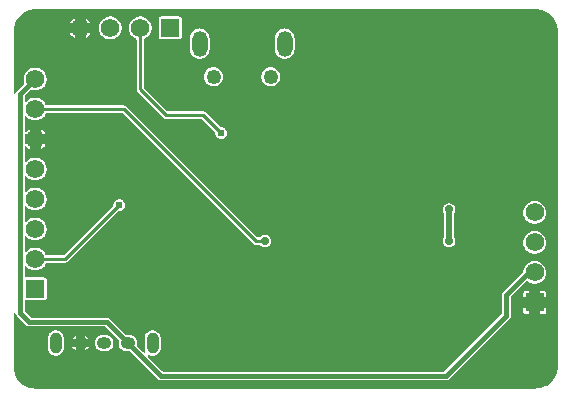
<source format=gbl>
G04 Layer: BottomLayer*
G04 EasyEDA v6.5.39, 2024-01-11 12:10:10*
G04 6726c83836ac4f208e7d9a6969430780,b65fc79a3ba447d2aedd2257ff82dca6,10*
G04 Gerber Generator version 0.2*
G04 Scale: 100 percent, Rotated: No, Reflected: No *
G04 Dimensions in millimeters *
G04 leading zeros omitted , absolute positions ,4 integer and 5 decimal *
%FSLAX45Y45*%
%MOMM*%

%ADD10C,0.2540*%
%ADD11C,0.5080*%
%ADD12C,0.3810*%
%ADD13R,1.5748X1.5748*%
%ADD14C,1.5748*%
%ADD15O,1.2999974X2.1999956000000003*%
%ADD16C,1.2500*%
%ADD17O,1.199896X0.9999979999999999*%
%ADD18O,0.9999979999999999X1.7999964*%
%ADD19C,0.7000*%
%ADD20C,0.6200*%
%ADD21C,2.5000*%
%ADD22C,0.0100*%

%LPD*%
G36*
X2439111Y2636672D02*
G01*
X2420010Y2637688D01*
X2402281Y2640330D01*
X2384907Y2644749D01*
X2368042Y2650845D01*
X2351836Y2658567D01*
X2336495Y2667812D01*
X2322118Y2678531D01*
X2308910Y2690571D01*
X2296871Y2703931D01*
X2286254Y2718358D01*
X2277059Y2733751D01*
X2269439Y2749956D01*
X2263444Y2766872D01*
X2259177Y2784246D01*
X2256586Y2801975D01*
X2255723Y2820111D01*
X2255723Y3263798D01*
X2256536Y3267811D01*
X2258872Y3271215D01*
X2262378Y3273348D01*
X2266442Y3273958D01*
X2270404Y3272891D01*
X2273604Y3270351D01*
X2275586Y3266744D01*
X2276906Y3262325D01*
X2280361Y3255873D01*
X2285339Y3249828D01*
X2360828Y3174339D01*
X2366873Y3169361D01*
X2373325Y3165906D01*
X2380335Y3163824D01*
X2388108Y3163011D01*
X3024987Y3163011D01*
X3028899Y3162249D01*
X3032150Y3160064D01*
X3143808Y3048457D01*
X3145790Y3045612D01*
X3146704Y3042310D01*
X3146501Y3038906D01*
X3145129Y3033268D01*
X3144316Y3022600D01*
X3145129Y3011932D01*
X3147618Y3001518D01*
X3151733Y2991612D01*
X3157321Y2982468D01*
X3164281Y2974340D01*
X3172460Y2967380D01*
X3181604Y2961741D01*
X3191459Y2957677D01*
X3201924Y2955137D01*
X3212998Y2954274D01*
X3232861Y2954324D01*
X3237179Y2953766D01*
X3240836Y2951378D01*
X3475075Y2717139D01*
X3481120Y2712161D01*
X3487572Y2708706D01*
X3494582Y2706624D01*
X3502355Y2705811D01*
X5917692Y2705811D01*
X5925464Y2706624D01*
X5932474Y2708706D01*
X5938926Y2712161D01*
X5944971Y2717139D01*
X6452260Y3224428D01*
X6457238Y3230473D01*
X6460693Y3236925D01*
X6462776Y3243935D01*
X6463588Y3251708D01*
X6463588Y3409340D01*
X6464350Y3413201D01*
X6466535Y3416503D01*
X6593179Y3543147D01*
X6596075Y3545179D01*
X6599478Y3546094D01*
X6603034Y3545789D01*
X6606235Y3544265D01*
X6617106Y3536594D01*
X6628841Y3530498D01*
X6641338Y3526078D01*
X6654292Y3523386D01*
X6667500Y3522472D01*
X6680708Y3523386D01*
X6693662Y3526078D01*
X6706158Y3530498D01*
X6717893Y3536594D01*
X6728714Y3544214D01*
X6738416Y3553256D01*
X6746748Y3563569D01*
X6753656Y3574846D01*
X6758940Y3586987D01*
X6762496Y3599738D01*
X6764324Y3612896D01*
X6764324Y3626104D01*
X6762496Y3639261D01*
X6758940Y3652012D01*
X6753656Y3664153D01*
X6746748Y3675430D01*
X6738416Y3685743D01*
X6728714Y3694785D01*
X6717893Y3702405D01*
X6706158Y3708501D01*
X6693662Y3712921D01*
X6680708Y3715613D01*
X6667500Y3716528D01*
X6654292Y3715613D01*
X6641338Y3712921D01*
X6628841Y3708501D01*
X6617106Y3702405D01*
X6606286Y3694785D01*
X6596583Y3685743D01*
X6588252Y3675430D01*
X6581343Y3664153D01*
X6576059Y3652012D01*
X6572503Y3639261D01*
X6571183Y3629761D01*
X6570218Y3626612D01*
X6568338Y3623970D01*
X6400139Y3455771D01*
X6395161Y3449726D01*
X6391706Y3443274D01*
X6389624Y3436264D01*
X6388862Y3428492D01*
X6388862Y3270859D01*
X6388049Y3266998D01*
X6385864Y3263696D01*
X5905703Y2783535D01*
X5902401Y2781350D01*
X5898540Y2780538D01*
X3521557Y2780538D01*
X3517646Y2781350D01*
X3514394Y2783535D01*
X3394303Y2903626D01*
X3392068Y2906928D01*
X3391306Y2910789D01*
X3392068Y2914700D01*
X3394303Y2918002D01*
X3397554Y2920187D01*
X3401466Y2920949D01*
X3405378Y2920187D01*
X3411474Y2917647D01*
X3421887Y2915158D01*
X3432606Y2914294D01*
X3443274Y2915158D01*
X3453688Y2917647D01*
X3463594Y2921762D01*
X3472738Y2927350D01*
X3480866Y2934309D01*
X3487826Y2942488D01*
X3493414Y2951581D01*
X3497529Y2961487D01*
X3500018Y2971901D01*
X3500882Y2982976D01*
X3500882Y3062224D01*
X3500018Y3073298D01*
X3497529Y3083712D01*
X3493414Y3093618D01*
X3487826Y3102711D01*
X3480866Y3110890D01*
X3472738Y3117850D01*
X3463594Y3123438D01*
X3453688Y3127552D01*
X3443274Y3130042D01*
X3432606Y3130905D01*
X3421887Y3130042D01*
X3411474Y3127552D01*
X3401568Y3123438D01*
X3392474Y3117850D01*
X3384296Y3110890D01*
X3377336Y3102711D01*
X3371748Y3093618D01*
X3367633Y3083712D01*
X3365144Y3073298D01*
X3364280Y3062224D01*
X3364280Y2982976D01*
X3365144Y2971901D01*
X3367633Y2961487D01*
X3370173Y2955340D01*
X3370986Y2951480D01*
X3370173Y2947568D01*
X3367989Y2944317D01*
X3364687Y2942082D01*
X3360826Y2941320D01*
X3356914Y2942082D01*
X3353612Y2944317D01*
X3301339Y2996590D01*
X3299358Y2999384D01*
X3298393Y3002737D01*
X3298647Y3006140D01*
X3300018Y3011932D01*
X3300831Y3022600D01*
X3300018Y3033268D01*
X3297529Y3043682D01*
X3293414Y3053588D01*
X3287826Y3062732D01*
X3280867Y3070860D01*
X3272688Y3077819D01*
X3263595Y3083458D01*
X3253689Y3087522D01*
X3243275Y3090062D01*
X3232150Y3090926D01*
X3212998Y3090926D01*
X3207766Y3091434D01*
X3204108Y3093770D01*
X3071469Y3226460D01*
X3065424Y3231438D01*
X3058972Y3234893D01*
X3051962Y3236976D01*
X3044190Y3237738D01*
X2407259Y3237738D01*
X2403398Y3238550D01*
X2400096Y3240735D01*
X2351735Y3289096D01*
X2349550Y3292398D01*
X2348738Y3296259D01*
X2348738Y3372662D01*
X2349652Y3376879D01*
X2352243Y3380333D01*
X2355951Y3382416D01*
X2360320Y3382721D01*
X2516479Y3382721D01*
X2521864Y3383432D01*
X2526233Y3385261D01*
X2530043Y3388156D01*
X2532938Y3391966D01*
X2534767Y3396335D01*
X2535478Y3401720D01*
X2535478Y3557879D01*
X2534767Y3563264D01*
X2532938Y3567633D01*
X2530043Y3571443D01*
X2526233Y3574338D01*
X2521864Y3576167D01*
X2516479Y3576828D01*
X2360320Y3576828D01*
X2355951Y3577183D01*
X2352243Y3579266D01*
X2349652Y3582720D01*
X2348738Y3586937D01*
X2348738Y3662019D01*
X2349601Y3666032D01*
X2351989Y3669436D01*
X2355545Y3671570D01*
X2359609Y3672128D01*
X2363622Y3671011D01*
X2377186Y3658514D01*
X2388006Y3650894D01*
X2399741Y3644798D01*
X2412238Y3640378D01*
X2425192Y3637686D01*
X2438400Y3636772D01*
X2451608Y3637686D01*
X2464562Y3640378D01*
X2477058Y3644798D01*
X2488793Y3650894D01*
X2499614Y3658514D01*
X2509316Y3667556D01*
X2517648Y3677869D01*
X2524556Y3689146D01*
X2527808Y3696665D01*
X2530043Y3699916D01*
X2533294Y3702050D01*
X2537155Y3702761D01*
X2691993Y3702761D01*
X2697124Y3703167D01*
X2703474Y3704894D01*
X2709265Y3707841D01*
X2714701Y3712260D01*
X3141421Y4138980D01*
X3144723Y4141165D01*
X3148584Y4141927D01*
X3154121Y4141927D01*
X3163062Y4143603D01*
X3171545Y4146905D01*
X3179267Y4151680D01*
X3186023Y4157827D01*
X3191510Y4165041D01*
X3195523Y4173220D01*
X3198012Y4181957D01*
X3198876Y4191000D01*
X3198012Y4200042D01*
X3195523Y4208780D01*
X3191510Y4216958D01*
X3186023Y4224172D01*
X3179267Y4230319D01*
X3171545Y4235094D01*
X3163062Y4238396D01*
X3154121Y4240072D01*
X3145078Y4240072D01*
X3136138Y4238396D01*
X3127654Y4235094D01*
X3119932Y4230319D01*
X3113176Y4224172D01*
X3107690Y4216958D01*
X3103676Y4208780D01*
X3101187Y4200042D01*
X3099765Y4186428D01*
X3097428Y4182668D01*
X2682544Y3767785D01*
X2679242Y3765600D01*
X2675331Y3764787D01*
X2537155Y3764787D01*
X2533294Y3765550D01*
X2530043Y3767683D01*
X2527808Y3770934D01*
X2524556Y3778453D01*
X2517648Y3789730D01*
X2509316Y3800043D01*
X2499614Y3809085D01*
X2488793Y3816705D01*
X2477058Y3822801D01*
X2464562Y3827221D01*
X2451608Y3829913D01*
X2438400Y3830828D01*
X2425192Y3829913D01*
X2412238Y3827221D01*
X2399741Y3822801D01*
X2388006Y3816705D01*
X2377186Y3809085D01*
X2363622Y3796588D01*
X2359609Y3795471D01*
X2355545Y3796029D01*
X2351989Y3798163D01*
X2349601Y3801567D01*
X2348738Y3805580D01*
X2348738Y3916019D01*
X2349601Y3920032D01*
X2351989Y3923436D01*
X2355545Y3925570D01*
X2359609Y3926128D01*
X2363622Y3925011D01*
X2377186Y3912514D01*
X2388006Y3904894D01*
X2399741Y3898798D01*
X2412238Y3894378D01*
X2425192Y3891686D01*
X2438400Y3890772D01*
X2451608Y3891686D01*
X2464562Y3894378D01*
X2477058Y3898798D01*
X2488793Y3904894D01*
X2499614Y3912514D01*
X2509316Y3921556D01*
X2517648Y3931869D01*
X2524556Y3943146D01*
X2529840Y3955287D01*
X2533396Y3968038D01*
X2535224Y3981196D01*
X2535224Y3994404D01*
X2533396Y4007561D01*
X2529840Y4020312D01*
X2524556Y4032453D01*
X2517648Y4043730D01*
X2509316Y4054043D01*
X2499614Y4063085D01*
X2488793Y4070705D01*
X2477058Y4076801D01*
X2464562Y4081221D01*
X2451608Y4083913D01*
X2438400Y4084828D01*
X2425192Y4083913D01*
X2412238Y4081221D01*
X2399741Y4076801D01*
X2388006Y4070705D01*
X2377186Y4063085D01*
X2363622Y4050588D01*
X2359609Y4049471D01*
X2355545Y4050029D01*
X2351989Y4052163D01*
X2349601Y4055567D01*
X2348738Y4059580D01*
X2348738Y4170019D01*
X2349601Y4174032D01*
X2351989Y4177436D01*
X2355545Y4179570D01*
X2359609Y4180128D01*
X2363622Y4179011D01*
X2377186Y4166514D01*
X2388006Y4158894D01*
X2399741Y4152798D01*
X2412238Y4148378D01*
X2425192Y4145686D01*
X2438400Y4144772D01*
X2451608Y4145686D01*
X2464562Y4148378D01*
X2477058Y4152798D01*
X2488793Y4158894D01*
X2499614Y4166514D01*
X2509316Y4175556D01*
X2517648Y4185869D01*
X2524556Y4197146D01*
X2529840Y4209288D01*
X2533396Y4222038D01*
X2535224Y4235196D01*
X2535224Y4248404D01*
X2533396Y4261561D01*
X2529840Y4274312D01*
X2524556Y4286453D01*
X2517648Y4297730D01*
X2509316Y4308043D01*
X2499614Y4317085D01*
X2488793Y4324705D01*
X2477058Y4330801D01*
X2464562Y4335221D01*
X2451608Y4337913D01*
X2438400Y4338828D01*
X2425192Y4337913D01*
X2412238Y4335221D01*
X2399741Y4330801D01*
X2388006Y4324705D01*
X2377186Y4317085D01*
X2363622Y4304588D01*
X2359609Y4303471D01*
X2355545Y4304030D01*
X2351989Y4306163D01*
X2349601Y4309567D01*
X2348738Y4313580D01*
X2348738Y4424019D01*
X2349601Y4428032D01*
X2351989Y4431436D01*
X2355545Y4433570D01*
X2359609Y4434128D01*
X2363622Y4433011D01*
X2377186Y4420514D01*
X2388006Y4412894D01*
X2399741Y4406798D01*
X2412238Y4402378D01*
X2425192Y4399686D01*
X2438400Y4398772D01*
X2451608Y4399686D01*
X2464562Y4402378D01*
X2477058Y4406798D01*
X2488793Y4412894D01*
X2499614Y4420514D01*
X2509316Y4429556D01*
X2517648Y4439869D01*
X2524556Y4451146D01*
X2529840Y4463288D01*
X2533396Y4476038D01*
X2535224Y4489196D01*
X2535224Y4502404D01*
X2533396Y4515561D01*
X2529840Y4528312D01*
X2524556Y4540453D01*
X2517648Y4551730D01*
X2509316Y4562043D01*
X2499614Y4571085D01*
X2488793Y4578705D01*
X2477058Y4584801D01*
X2464562Y4589221D01*
X2451608Y4591913D01*
X2438400Y4592828D01*
X2425192Y4591913D01*
X2412238Y4589221D01*
X2399741Y4584801D01*
X2388006Y4578705D01*
X2377186Y4571085D01*
X2363622Y4558588D01*
X2359609Y4557471D01*
X2355545Y4558030D01*
X2351989Y4560163D01*
X2349601Y4563567D01*
X2348738Y4567580D01*
X2348738Y4678019D01*
X2349601Y4682032D01*
X2351989Y4685436D01*
X2355545Y4687570D01*
X2359609Y4688128D01*
X2363622Y4687011D01*
X2377186Y4674514D01*
X2388006Y4666894D01*
X2392680Y4664456D01*
X2392680Y4704080D01*
X2358948Y4704080D01*
X2355037Y4704842D01*
X2351735Y4707077D01*
X2349550Y4710328D01*
X2348738Y4714240D01*
X2348738Y4785360D01*
X2349550Y4789271D01*
X2351735Y4792522D01*
X2355037Y4794758D01*
X2358948Y4795520D01*
X2392680Y4795520D01*
X2392680Y4835144D01*
X2388006Y4832705D01*
X2377186Y4825085D01*
X2363622Y4812588D01*
X2359609Y4811471D01*
X2355545Y4812030D01*
X2351989Y4814163D01*
X2349601Y4817567D01*
X2348738Y4821580D01*
X2348738Y4932019D01*
X2349601Y4936032D01*
X2351989Y4939436D01*
X2355545Y4941570D01*
X2359609Y4942128D01*
X2363622Y4941011D01*
X2377186Y4928514D01*
X2388006Y4920894D01*
X2399741Y4914798D01*
X2412238Y4910378D01*
X2425192Y4907686D01*
X2438400Y4906772D01*
X2451608Y4907686D01*
X2464562Y4910378D01*
X2477058Y4914798D01*
X2488793Y4920894D01*
X2499614Y4928514D01*
X2509316Y4937556D01*
X2517648Y4947869D01*
X2524556Y4959146D01*
X2527808Y4966665D01*
X2530043Y4969916D01*
X2533294Y4972050D01*
X2537155Y4972761D01*
X3170631Y4972761D01*
X3174542Y4971999D01*
X3177844Y4969814D01*
X4283100Y3864559D01*
X4287012Y3861206D01*
X4292701Y3857904D01*
X4298848Y3855923D01*
X4305808Y3855161D01*
X4333240Y3855161D01*
X4337100Y3854399D01*
X4340402Y3852214D01*
X4347260Y3845356D01*
X4354830Y3840073D01*
X4363262Y3836111D01*
X4372254Y3833723D01*
X4381500Y3832910D01*
X4390745Y3833723D01*
X4399737Y3836111D01*
X4408119Y3840073D01*
X4415739Y3845356D01*
X4422292Y3851960D01*
X4427626Y3859529D01*
X4431538Y3867962D01*
X4433976Y3876954D01*
X4434789Y3886200D01*
X4433976Y3895445D01*
X4431538Y3904437D01*
X4427626Y3912819D01*
X4422292Y3920439D01*
X4415739Y3926992D01*
X4408119Y3932326D01*
X4399737Y3936237D01*
X4390745Y3938676D01*
X4381500Y3939489D01*
X4372254Y3938676D01*
X4363262Y3936237D01*
X4354830Y3932326D01*
X4347260Y3926992D01*
X4340453Y3920185D01*
X4337151Y3918000D01*
X4333240Y3917187D01*
X4322368Y3917187D01*
X4318457Y3918000D01*
X4315155Y3920185D01*
X3209899Y5025440D01*
X3205988Y5028793D01*
X3200298Y5032095D01*
X3194151Y5034076D01*
X3187192Y5034788D01*
X2537155Y5034788D01*
X2533294Y5035550D01*
X2530043Y5037683D01*
X2527808Y5040934D01*
X2524556Y5048453D01*
X2517648Y5059730D01*
X2509316Y5070043D01*
X2499614Y5079085D01*
X2488793Y5086705D01*
X2477058Y5092801D01*
X2464562Y5097221D01*
X2451608Y5099913D01*
X2438400Y5100828D01*
X2425192Y5099913D01*
X2412238Y5097221D01*
X2399741Y5092801D01*
X2388006Y5086705D01*
X2377186Y5079085D01*
X2363622Y5066588D01*
X2359609Y5065471D01*
X2355545Y5066030D01*
X2351989Y5068163D01*
X2349601Y5071567D01*
X2348738Y5075580D01*
X2348738Y5111140D01*
X2349550Y5115001D01*
X2351735Y5118303D01*
X2397048Y5163616D01*
X2400198Y5165750D01*
X2403906Y5166563D01*
X2407615Y5166004D01*
X2412238Y5164378D01*
X2425192Y5161686D01*
X2438400Y5160772D01*
X2451608Y5161686D01*
X2464562Y5164378D01*
X2477058Y5168798D01*
X2488793Y5174894D01*
X2499614Y5182514D01*
X2509316Y5191556D01*
X2517648Y5201869D01*
X2524556Y5213146D01*
X2529840Y5225288D01*
X2533396Y5238038D01*
X2535224Y5251196D01*
X2535224Y5264404D01*
X2533396Y5277561D01*
X2529840Y5290312D01*
X2524556Y5302453D01*
X2517648Y5313730D01*
X2509316Y5324043D01*
X2499614Y5333085D01*
X2488793Y5340705D01*
X2477058Y5346801D01*
X2464562Y5351221D01*
X2451608Y5353913D01*
X2438400Y5354828D01*
X2425192Y5353913D01*
X2412238Y5351221D01*
X2399741Y5346801D01*
X2388006Y5340705D01*
X2377186Y5333085D01*
X2367483Y5324043D01*
X2359152Y5313730D01*
X2352243Y5302453D01*
X2346960Y5290312D01*
X2343404Y5277561D01*
X2341575Y5264404D01*
X2341575Y5251196D01*
X2343404Y5238038D01*
X2346706Y5226253D01*
X2347061Y5222697D01*
X2346147Y5219293D01*
X2344115Y5216347D01*
X2285339Y5157571D01*
X2280361Y5151526D01*
X2276906Y5145074D01*
X2275586Y5140655D01*
X2273604Y5137048D01*
X2270404Y5134508D01*
X2266442Y5133441D01*
X2262378Y5134051D01*
X2258872Y5136184D01*
X2256536Y5139588D01*
X2255723Y5143601D01*
X2255723Y5663488D01*
X2256688Y5682589D01*
X2259330Y5700318D01*
X2263749Y5717692D01*
X2269845Y5734558D01*
X2277567Y5750763D01*
X2286812Y5766104D01*
X2297531Y5780481D01*
X2309571Y5793689D01*
X2322931Y5805728D01*
X2337358Y5816346D01*
X2352751Y5825540D01*
X2368956Y5833160D01*
X2385872Y5839155D01*
X2403246Y5843422D01*
X2420975Y5846013D01*
X2439111Y5846876D01*
X6679488Y5846876D01*
X6698589Y5845911D01*
X6716318Y5843270D01*
X6733692Y5838850D01*
X6750558Y5832754D01*
X6766763Y5825032D01*
X6782104Y5815787D01*
X6796481Y5805068D01*
X6809689Y5793028D01*
X6821728Y5779668D01*
X6832346Y5765241D01*
X6841540Y5749848D01*
X6849160Y5733643D01*
X6855155Y5716727D01*
X6859422Y5699353D01*
X6862013Y5681624D01*
X6862470Y5672429D01*
X6862470Y2820060D01*
X6862825Y2816250D01*
X6862267Y2803245D01*
X6859930Y2786024D01*
X6855917Y2769108D01*
X6850380Y2752648D01*
X6843268Y2736799D01*
X6834682Y2721660D01*
X6824725Y2707436D01*
X6813448Y2694228D01*
X6800951Y2682138D01*
X6787337Y2671318D01*
X6772808Y2661818D01*
X6757416Y2653741D01*
X6741363Y2647137D01*
X6724700Y2642108D01*
X6707682Y2638704D01*
X6690410Y2636875D01*
X6672580Y2636672D01*
G37*

%LPC*%
G36*
X2612644Y2914294D02*
G01*
X2623312Y2915158D01*
X2633726Y2917647D01*
X2643632Y2921762D01*
X2652776Y2927350D01*
X2660904Y2934309D01*
X2667863Y2942488D01*
X2673451Y2951581D01*
X2677566Y2961487D01*
X2680055Y2971901D01*
X2680919Y2982976D01*
X2680919Y3062224D01*
X2680055Y3073298D01*
X2677566Y3083712D01*
X2673451Y3093618D01*
X2667863Y3102711D01*
X2660904Y3110890D01*
X2652776Y3117850D01*
X2643632Y3123438D01*
X2633726Y3127552D01*
X2623312Y3130042D01*
X2612644Y3130905D01*
X2601925Y3130042D01*
X2591511Y3127552D01*
X2581605Y3123438D01*
X2572461Y3117850D01*
X2564333Y3110890D01*
X2557373Y3102711D01*
X2551785Y3093618D01*
X2547670Y3083712D01*
X2545181Y3073298D01*
X2544318Y3062224D01*
X2544318Y2982976D01*
X2545181Y2971901D01*
X2547670Y2961487D01*
X2551785Y2951581D01*
X2557373Y2942488D01*
X2564333Y2934309D01*
X2572461Y2927350D01*
X2581605Y2921762D01*
X2591511Y2917647D01*
X2601925Y2915158D01*
G37*
G36*
X3013049Y2954274D02*
G01*
X3032252Y2954274D01*
X3043326Y2955137D01*
X3053740Y2957677D01*
X3063646Y2961741D01*
X3072790Y2967380D01*
X3080918Y2974340D01*
X3087878Y2982468D01*
X3093466Y2991612D01*
X3097580Y3001518D01*
X3100070Y3011932D01*
X3100933Y3022600D01*
X3100070Y3033268D01*
X3097580Y3043682D01*
X3093466Y3053588D01*
X3087878Y3062732D01*
X3080918Y3070860D01*
X3072790Y3077819D01*
X3063646Y3083458D01*
X3053740Y3087522D01*
X3043326Y3090062D01*
X3032252Y3090926D01*
X3013049Y3090926D01*
X3001975Y3090062D01*
X2991561Y3087522D01*
X2981655Y3083458D01*
X2972511Y3077819D01*
X2964383Y3070860D01*
X2957423Y3062732D01*
X2951784Y3053588D01*
X2947720Y3043682D01*
X2945180Y3033268D01*
X2944368Y3022600D01*
X2945180Y3011932D01*
X2947720Y3001518D01*
X2951784Y2991612D01*
X2957423Y2982468D01*
X2964383Y2974340D01*
X2972511Y2967380D01*
X2981655Y2961741D01*
X2991561Y2957677D01*
X3001975Y2955137D01*
G37*
G36*
X2786278Y2959811D02*
G01*
X2786278Y2991256D01*
X2752039Y2991256D01*
X2757424Y2982468D01*
X2764383Y2974340D01*
X2772511Y2967380D01*
X2781655Y2961741D01*
G37*
G36*
X2858973Y2959811D02*
G01*
X2863646Y2961741D01*
X2872790Y2967380D01*
X2880918Y2974340D01*
X2887878Y2982468D01*
X2893263Y2991256D01*
X2858973Y2991256D01*
G37*
G36*
X2752039Y3053943D02*
G01*
X2786278Y3053943D01*
X2786278Y3085388D01*
X2781655Y3083458D01*
X2772511Y3077819D01*
X2764383Y3070860D01*
X2757424Y3062732D01*
G37*
G36*
X2858973Y3053943D02*
G01*
X2893263Y3053943D01*
X2887878Y3062732D01*
X2880918Y3070860D01*
X2872790Y3077819D01*
X2863646Y3083458D01*
X2858973Y3085388D01*
G37*
G36*
X6589420Y3268421D02*
G01*
X6621780Y3268421D01*
X6621780Y3319779D01*
X6570472Y3319779D01*
X6570472Y3287420D01*
X6571132Y3282035D01*
X6572961Y3277666D01*
X6575856Y3273856D01*
X6579666Y3270961D01*
X6584035Y3269132D01*
G37*
G36*
X6713220Y3268421D02*
G01*
X6745579Y3268421D01*
X6750964Y3269132D01*
X6755333Y3270961D01*
X6759143Y3273856D01*
X6762038Y3277666D01*
X6763867Y3282035D01*
X6764578Y3287420D01*
X6764578Y3319779D01*
X6713220Y3319779D01*
G37*
G36*
X6570472Y3411220D02*
G01*
X6621780Y3411220D01*
X6621780Y3462528D01*
X6589420Y3462528D01*
X6584035Y3461867D01*
X6579666Y3460038D01*
X6575856Y3457143D01*
X6572961Y3453333D01*
X6571132Y3448964D01*
X6570472Y3443579D01*
G37*
G36*
X6713220Y3411220D02*
G01*
X6764578Y3411220D01*
X6764578Y3443579D01*
X6763867Y3448964D01*
X6762038Y3453333D01*
X6759143Y3457143D01*
X6755333Y3460038D01*
X6750964Y3461867D01*
X6745579Y3462528D01*
X6713220Y3462528D01*
G37*
G36*
X6667500Y3776472D02*
G01*
X6680708Y3777386D01*
X6693662Y3780078D01*
X6706158Y3784498D01*
X6717893Y3790594D01*
X6728714Y3798214D01*
X6738416Y3807256D01*
X6746748Y3817569D01*
X6753656Y3828846D01*
X6758940Y3840987D01*
X6762496Y3853738D01*
X6764324Y3866896D01*
X6764324Y3880104D01*
X6762496Y3893261D01*
X6758940Y3906012D01*
X6753656Y3918153D01*
X6746748Y3929430D01*
X6738416Y3939743D01*
X6728714Y3948785D01*
X6717893Y3956405D01*
X6706158Y3962501D01*
X6693662Y3966921D01*
X6680708Y3969613D01*
X6667500Y3970528D01*
X6654292Y3969613D01*
X6641338Y3966921D01*
X6628841Y3962501D01*
X6617106Y3956405D01*
X6606286Y3948785D01*
X6596583Y3939743D01*
X6588252Y3929430D01*
X6581343Y3918153D01*
X6576059Y3906012D01*
X6572503Y3893261D01*
X6570675Y3880104D01*
X6570675Y3866896D01*
X6572503Y3853738D01*
X6576059Y3840987D01*
X6581343Y3828846D01*
X6588252Y3817569D01*
X6596583Y3807256D01*
X6606286Y3798214D01*
X6617106Y3790594D01*
X6628841Y3784498D01*
X6641338Y3780078D01*
X6654292Y3777386D01*
G37*
G36*
X5943600Y3832910D02*
G01*
X5952845Y3833723D01*
X5961786Y3836111D01*
X5970219Y3840073D01*
X5977839Y3845356D01*
X5984392Y3851960D01*
X5989726Y3859529D01*
X5993638Y3867962D01*
X5996076Y3876954D01*
X5996838Y3886200D01*
X5996076Y3895445D01*
X5993638Y3904437D01*
X5989726Y3912819D01*
X5987796Y3916426D01*
X5987338Y3919474D01*
X5987338Y4119626D01*
X5987796Y4122674D01*
X5989726Y4126229D01*
X5993638Y4134662D01*
X5996076Y4143654D01*
X5996838Y4152900D01*
X5996076Y4162145D01*
X5993638Y4171137D01*
X5989726Y4179519D01*
X5984392Y4187139D01*
X5977839Y4193692D01*
X5970219Y4199026D01*
X5961786Y4202938D01*
X5952845Y4205376D01*
X5943600Y4206189D01*
X5934354Y4205376D01*
X5925362Y4202938D01*
X5916930Y4199026D01*
X5909360Y4193692D01*
X5902756Y4187139D01*
X5897473Y4179519D01*
X5893511Y4171137D01*
X5891123Y4162145D01*
X5890310Y4152900D01*
X5891123Y4143654D01*
X5893511Y4134662D01*
X5897473Y4126229D01*
X5899404Y4122623D01*
X5899912Y4119575D01*
X5899912Y3919524D01*
X5899404Y3916476D01*
X5893511Y3904437D01*
X5891123Y3895445D01*
X5890310Y3886200D01*
X5891123Y3876954D01*
X5893511Y3867962D01*
X5897473Y3859529D01*
X5902756Y3851960D01*
X5909360Y3845356D01*
X5916930Y3840073D01*
X5925362Y3836111D01*
X5934354Y3833723D01*
G37*
G36*
X6667500Y4030472D02*
G01*
X6680708Y4031386D01*
X6693662Y4034078D01*
X6706158Y4038498D01*
X6717893Y4044594D01*
X6728714Y4052214D01*
X6738416Y4061256D01*
X6746748Y4071569D01*
X6753656Y4082846D01*
X6758940Y4094987D01*
X6762496Y4107738D01*
X6764324Y4120896D01*
X6764324Y4134104D01*
X6762496Y4147261D01*
X6758940Y4160012D01*
X6753656Y4172153D01*
X6746748Y4183430D01*
X6738416Y4193743D01*
X6728714Y4202785D01*
X6717893Y4210405D01*
X6706158Y4216501D01*
X6693662Y4220921D01*
X6680708Y4223613D01*
X6667500Y4224528D01*
X6654292Y4223613D01*
X6641338Y4220921D01*
X6628841Y4216501D01*
X6617106Y4210405D01*
X6606286Y4202785D01*
X6596583Y4193743D01*
X6588252Y4183430D01*
X6581343Y4172153D01*
X6576059Y4160012D01*
X6572503Y4147261D01*
X6570675Y4134104D01*
X6570675Y4120896D01*
X6572503Y4107738D01*
X6576059Y4094987D01*
X6581343Y4082846D01*
X6588252Y4071569D01*
X6596583Y4061256D01*
X6606286Y4052214D01*
X6617106Y4044594D01*
X6628841Y4038498D01*
X6641338Y4034078D01*
X6654292Y4031386D01*
G37*
G36*
X2484120Y4664456D02*
G01*
X2488793Y4666894D01*
X2499614Y4674514D01*
X2509316Y4683556D01*
X2517648Y4693869D01*
X2523896Y4704080D01*
X2484120Y4704080D01*
G37*
G36*
X4008678Y4751527D02*
G01*
X4017721Y4751527D01*
X4026662Y4753203D01*
X4035145Y4756505D01*
X4042867Y4761280D01*
X4049623Y4767427D01*
X4055110Y4774641D01*
X4059123Y4782820D01*
X4061612Y4791557D01*
X4062476Y4800600D01*
X4061612Y4809642D01*
X4059123Y4818380D01*
X4055110Y4826558D01*
X4049623Y4833772D01*
X4042867Y4839919D01*
X4035145Y4844694D01*
X4026662Y4847996D01*
X4017721Y4849672D01*
X4012184Y4849672D01*
X4008323Y4850434D01*
X4005021Y4852619D01*
X3882999Y4974640D01*
X3879087Y4977993D01*
X3873398Y4981295D01*
X3867251Y4983276D01*
X3860292Y4983988D01*
X3560368Y4983988D01*
X3556457Y4984800D01*
X3553155Y4986985D01*
X3361385Y5178755D01*
X3359200Y5182057D01*
X3358387Y5185968D01*
X3358387Y5590844D01*
X3359150Y5594705D01*
X3361283Y5597956D01*
X3364534Y5600192D01*
X3372053Y5603443D01*
X3383330Y5610352D01*
X3393643Y5618683D01*
X3402685Y5628386D01*
X3410305Y5639206D01*
X3416401Y5650941D01*
X3420821Y5663438D01*
X3423513Y5676392D01*
X3424428Y5689600D01*
X3423513Y5702808D01*
X3420821Y5715762D01*
X3416401Y5728258D01*
X3410305Y5739993D01*
X3402685Y5750814D01*
X3393643Y5760516D01*
X3383330Y5768848D01*
X3372053Y5775756D01*
X3359912Y5781040D01*
X3347161Y5784596D01*
X3334004Y5786424D01*
X3320796Y5786424D01*
X3307638Y5784596D01*
X3294887Y5781040D01*
X3282746Y5775756D01*
X3271469Y5768848D01*
X3261156Y5760516D01*
X3252114Y5750814D01*
X3244494Y5739993D01*
X3238398Y5728258D01*
X3233978Y5715762D01*
X3231286Y5702808D01*
X3230372Y5689600D01*
X3231286Y5676392D01*
X3233978Y5663438D01*
X3238398Y5650941D01*
X3244494Y5639206D01*
X3252114Y5628386D01*
X3261156Y5618683D01*
X3271469Y5610352D01*
X3282746Y5603443D01*
X3290265Y5600192D01*
X3293516Y5597956D01*
X3295650Y5594705D01*
X3296412Y5590844D01*
X3296412Y5169306D01*
X3296767Y5164175D01*
X3298494Y5157825D01*
X3301441Y5152034D01*
X3305860Y5146598D01*
X3521100Y4931359D01*
X3525012Y4928006D01*
X3530701Y4924704D01*
X3536848Y4922723D01*
X3543808Y4921961D01*
X3843731Y4921961D01*
X3847642Y4921199D01*
X3850944Y4919014D01*
X3961028Y4808931D01*
X3963365Y4805172D01*
X3964787Y4791557D01*
X3967276Y4782820D01*
X3971290Y4774641D01*
X3976776Y4767427D01*
X3983532Y4761280D01*
X3991254Y4756505D01*
X3999737Y4753203D01*
G37*
G36*
X2484120Y4795520D02*
G01*
X2523896Y4795520D01*
X2517648Y4805730D01*
X2509316Y4816043D01*
X2499614Y4825085D01*
X2488793Y4832705D01*
X2484120Y4835144D01*
G37*
G36*
X4436465Y5196535D02*
G01*
X4448149Y5197856D01*
X4459579Y5200802D01*
X4470450Y5205425D01*
X4480509Y5211572D01*
X4489551Y5219141D01*
X4497425Y5227929D01*
X4503928Y5237734D01*
X4508957Y5248402D01*
X4512360Y5259730D01*
X4514088Y5271363D01*
X4514088Y5283200D01*
X4512360Y5294833D01*
X4508957Y5306161D01*
X4503928Y5316829D01*
X4497425Y5326634D01*
X4489551Y5335422D01*
X4480509Y5342991D01*
X4470450Y5349138D01*
X4459579Y5353761D01*
X4448149Y5356707D01*
X4436465Y5358028D01*
X4424680Y5357571D01*
X4413046Y5355437D01*
X4401921Y5351627D01*
X4391406Y5346242D01*
X4381804Y5339384D01*
X4373321Y5331206D01*
X4366107Y5321858D01*
X4360367Y5311597D01*
X4356150Y5300573D01*
X4353560Y5289042D01*
X4352696Y5277256D01*
X4353560Y5265521D01*
X4356150Y5253990D01*
X4360367Y5242966D01*
X4366107Y5232704D01*
X4373321Y5223357D01*
X4381804Y5215178D01*
X4391406Y5208320D01*
X4401921Y5202936D01*
X4413046Y5199126D01*
X4424680Y5196992D01*
G37*
G36*
X3951427Y5196535D02*
G01*
X3963162Y5197856D01*
X3974592Y5200802D01*
X3985463Y5205425D01*
X3995521Y5211572D01*
X4004564Y5219141D01*
X4012437Y5227929D01*
X4018940Y5237734D01*
X4023969Y5248402D01*
X4027373Y5259730D01*
X4029049Y5271363D01*
X4029049Y5283200D01*
X4027373Y5294833D01*
X4023969Y5306161D01*
X4018940Y5316829D01*
X4012437Y5326634D01*
X4004564Y5335422D01*
X3995521Y5342991D01*
X3985463Y5349138D01*
X3974592Y5353761D01*
X3963162Y5356707D01*
X3951427Y5358028D01*
X3939641Y5357571D01*
X3928059Y5355437D01*
X3916883Y5351627D01*
X3906418Y5346242D01*
X3896817Y5339384D01*
X3888333Y5331206D01*
X3881120Y5321858D01*
X3875328Y5311597D01*
X3871163Y5300573D01*
X3868572Y5289042D01*
X3867708Y5277256D01*
X3868572Y5265521D01*
X3871163Y5253990D01*
X3875328Y5242966D01*
X3881120Y5232704D01*
X3888333Y5223357D01*
X3896817Y5215178D01*
X3906418Y5208320D01*
X3916883Y5202936D01*
X3928059Y5199126D01*
X3939641Y5196992D01*
G37*
G36*
X3831031Y5428945D02*
G01*
X3842867Y5429808D01*
X3854450Y5432348D01*
X3865626Y5436514D01*
X3876040Y5442204D01*
X3885539Y5449316D01*
X3893972Y5457698D01*
X3901084Y5467197D01*
X3906774Y5477662D01*
X3910939Y5488787D01*
X3913428Y5500420D01*
X3914343Y5512612D01*
X3914343Y5601868D01*
X3913428Y5614111D01*
X3910939Y5625693D01*
X3906774Y5636869D01*
X3901084Y5647283D01*
X3893972Y5656783D01*
X3885539Y5665216D01*
X3876040Y5672328D01*
X3865626Y5678017D01*
X3854450Y5682183D01*
X3842867Y5684672D01*
X3831031Y5685536D01*
X3819144Y5684672D01*
X3807561Y5682183D01*
X3796385Y5678017D01*
X3785971Y5672328D01*
X3776472Y5665216D01*
X3768039Y5656783D01*
X3760927Y5647283D01*
X3755237Y5636869D01*
X3751072Y5625693D01*
X3748582Y5614111D01*
X3747668Y5601868D01*
X3747668Y5512612D01*
X3748582Y5500420D01*
X3751072Y5488787D01*
X3755237Y5477662D01*
X3760927Y5467197D01*
X3768039Y5457698D01*
X3776472Y5449316D01*
X3785971Y5442204D01*
X3796385Y5436514D01*
X3807561Y5432348D01*
X3819144Y5429808D01*
G37*
G36*
X4551019Y5428996D02*
G01*
X4562856Y5429859D01*
X4574438Y5432399D01*
X4585614Y5436514D01*
X4596028Y5442204D01*
X4605528Y5449366D01*
X4613960Y5457748D01*
X4621072Y5467248D01*
X4626762Y5477713D01*
X4630928Y5488838D01*
X4633417Y5500420D01*
X4634331Y5512663D01*
X4634331Y5601919D01*
X4633417Y5614162D01*
X4630928Y5625744D01*
X4626762Y5636869D01*
X4621072Y5647334D01*
X4613960Y5656834D01*
X4605528Y5665216D01*
X4596028Y5672378D01*
X4585614Y5678068D01*
X4574438Y5682183D01*
X4562856Y5684723D01*
X4551019Y5685586D01*
X4539132Y5684723D01*
X4527550Y5682183D01*
X4516374Y5678068D01*
X4505960Y5672378D01*
X4496460Y5665216D01*
X4488027Y5656834D01*
X4480915Y5647334D01*
X4475226Y5636869D01*
X4471060Y5625744D01*
X4468571Y5614162D01*
X4467656Y5601919D01*
X4467656Y5512663D01*
X4468571Y5500420D01*
X4471060Y5488838D01*
X4475226Y5477713D01*
X4480915Y5467248D01*
X4488027Y5457748D01*
X4496460Y5449366D01*
X4505960Y5442204D01*
X4516374Y5436514D01*
X4527550Y5432399D01*
X4539132Y5429859D01*
G37*
G36*
X3503320Y5592521D02*
G01*
X3659479Y5592521D01*
X3664864Y5593232D01*
X3669233Y5595061D01*
X3673043Y5597956D01*
X3675938Y5601766D01*
X3677767Y5606135D01*
X3678478Y5611520D01*
X3678478Y5767679D01*
X3677767Y5773064D01*
X3675938Y5777433D01*
X3673043Y5781243D01*
X3669233Y5784138D01*
X3664864Y5785967D01*
X3659479Y5786628D01*
X3503320Y5786628D01*
X3497935Y5785967D01*
X3493566Y5784138D01*
X3489756Y5781243D01*
X3486861Y5777433D01*
X3485032Y5773064D01*
X3484372Y5767679D01*
X3484372Y5611520D01*
X3485032Y5606135D01*
X3486861Y5601766D01*
X3489756Y5597956D01*
X3493566Y5595061D01*
X3497935Y5593232D01*
G37*
G36*
X3066796Y5592775D02*
G01*
X3080004Y5592775D01*
X3093161Y5594604D01*
X3105912Y5598160D01*
X3118053Y5603443D01*
X3129330Y5610352D01*
X3139643Y5618683D01*
X3148685Y5628386D01*
X3156305Y5639206D01*
X3162401Y5650941D01*
X3166821Y5663438D01*
X3169513Y5676392D01*
X3170428Y5689600D01*
X3169513Y5702808D01*
X3166821Y5715762D01*
X3162401Y5728258D01*
X3156305Y5739993D01*
X3148685Y5750814D01*
X3139643Y5760516D01*
X3129330Y5768848D01*
X3118053Y5775756D01*
X3105912Y5781040D01*
X3093161Y5784596D01*
X3080004Y5786424D01*
X3066796Y5786424D01*
X3053638Y5784596D01*
X3040888Y5781040D01*
X3028746Y5775756D01*
X3017469Y5768848D01*
X3007156Y5760516D01*
X2998114Y5750814D01*
X2990494Y5739993D01*
X2984398Y5728258D01*
X2979978Y5715762D01*
X2977286Y5702808D01*
X2976372Y5689600D01*
X2977286Y5676392D01*
X2979978Y5663438D01*
X2984398Y5650941D01*
X2990494Y5639206D01*
X2998114Y5628386D01*
X3007156Y5618683D01*
X3017469Y5610352D01*
X3028746Y5603443D01*
X3040888Y5598160D01*
X3053638Y5594604D01*
G37*
G36*
X2773680Y5604103D02*
G01*
X2773680Y5643880D01*
X2734056Y5643880D01*
X2736494Y5639206D01*
X2744114Y5628386D01*
X2753156Y5618683D01*
X2763469Y5610352D01*
G37*
G36*
X2865120Y5604103D02*
G01*
X2875330Y5610352D01*
X2885643Y5618683D01*
X2894685Y5628386D01*
X2902305Y5639206D01*
X2904744Y5643880D01*
X2865120Y5643880D01*
G37*
G36*
X2865120Y5735320D02*
G01*
X2904744Y5735320D01*
X2902305Y5739993D01*
X2894685Y5750814D01*
X2885643Y5760516D01*
X2875330Y5768848D01*
X2865120Y5775096D01*
G37*
G36*
X2734056Y5735320D02*
G01*
X2773680Y5735320D01*
X2773680Y5775096D01*
X2763469Y5768848D01*
X2753156Y5760516D01*
X2744114Y5750814D01*
X2736494Y5739993D01*
G37*

%LPD*%
D10*
X2438400Y3733800D02*
G01*
X2692400Y3733800D01*
X3149600Y4191000D01*
D11*
X5943600Y3886200D02*
G01*
X5943600Y4152900D01*
D12*
X3222472Y3022600D02*
G01*
X3044672Y3200400D01*
X2387600Y3200400D01*
X2311400Y3276600D01*
X2311400Y5130800D01*
X2438400Y5257800D01*
X3222472Y3022600D02*
G01*
X3501872Y2743200D01*
X5918200Y2743200D01*
X6426200Y3251200D01*
X6426200Y3429000D01*
X6616700Y3619500D01*
X6667500Y3619500D01*
D10*
X4381500Y3886200D02*
G01*
X4305300Y3886200D01*
X3187700Y5003800D01*
X2438400Y5003800D01*
X4013200Y4800600D02*
G01*
X3860800Y4953000D01*
X3543300Y4953000D01*
X3327400Y5168900D01*
X3327400Y5689600D01*
D13*
G01*
X6667500Y3365500D03*
D14*
G01*
X6667500Y3619500D03*
G01*
X6667500Y3873500D03*
G01*
X6667500Y4127500D03*
D13*
G01*
X2438400Y3479800D03*
D14*
G01*
X2438400Y3733800D03*
G01*
X2438400Y3987800D03*
G01*
X2438400Y4241800D03*
G01*
X2438400Y4495800D03*
G01*
X2438400Y4749800D03*
G01*
X2438400Y5003800D03*
G01*
X2438400Y5257800D03*
D13*
G01*
X3581400Y5689600D03*
D14*
G01*
X3327400Y5689600D03*
G01*
X3073400Y5689600D03*
G01*
X2819400Y5689600D03*
D15*
G01*
X3831005Y5557240D03*
G01*
X4550994Y5557291D03*
D16*
G01*
X4433493Y5277281D03*
G01*
X3948506Y5277281D03*
D17*
G01*
X2822727Y3022600D03*
G01*
X3022625Y3022600D03*
G01*
X3222472Y3022600D03*
D18*
G01*
X3432530Y3022600D03*
G01*
X2612643Y3022600D03*
D19*
G01*
X3784600Y4800600D03*
D20*
G01*
X3149600Y4191000D03*
G01*
X3429000Y3860800D03*
G01*
X3429000Y3759200D03*
G01*
X5867400Y3200400D03*
G01*
X6057900Y5105400D03*
G01*
X5943600Y4953000D03*
G01*
X5715000Y5105400D03*
G01*
X5715000Y5334000D03*
G01*
X3937000Y5130800D03*
D19*
G01*
X4381500Y3886200D03*
D20*
G01*
X4013200Y4800600D03*
G01*
X3200400Y5143500D03*
G01*
X4343400Y2933700D03*
G01*
X3810000Y3327400D03*
G01*
X3606800Y2895600D03*
G01*
X3810000Y3225800D03*
G01*
X5143500Y2933700D03*
G01*
X5143500Y3124200D03*
G01*
X4914900Y3200400D03*
G01*
X4305300Y3733800D03*
G01*
X4504893Y4200093D03*
D19*
G01*
X5943600Y3886200D03*
G01*
X5943600Y4152900D03*
D21*
G01*
X6680200Y2819400D03*
G01*
X6680200Y5664200D03*
G01*
X2438400Y5664200D03*
G01*
X2438400Y2819400D03*
M02*

</source>
